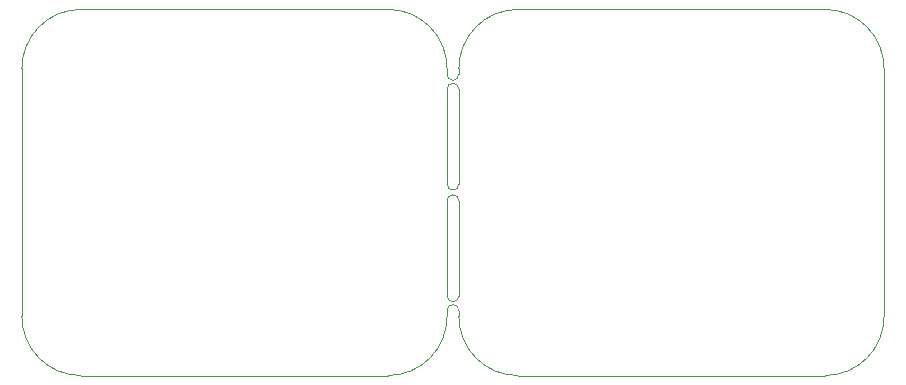
<source format=gbr>
%TF.GenerationSoftware,KiCad,Pcbnew,8.0.7*%
%TF.CreationDate,2025-04-21T23:50:56-03:00*%
%TF.ProjectId,matrixdisplay,6d617472-6978-4646-9973-706c61792e6b,rev?*%
%TF.SameCoordinates,Original*%
%TF.FileFunction,Profile,NP*%
%FSLAX46Y46*%
G04 Gerber Fmt 4.6, Leading zero omitted, Abs format (unit mm)*
G04 Created by KiCad (PCBNEW 8.0.7) date 2025-04-21 23:50:56*
%MOMM*%
%LPD*%
G01*
G04 APERTURE LIST*
%TA.AperFunction,Profile*%
%ADD10C,0.050000*%
%TD*%
G04 APERTURE END LIST*
D10*
X153450000Y-91000000D02*
X153450000Y-99050000D01*
X152450000Y-99050000D02*
X152450000Y-91000000D01*
X153450000Y-99050000D02*
G75*
G02*
X152450000Y-99050000I-500000J0D01*
G01*
X152450000Y-91000000D02*
G75*
G02*
X153450000Y-91000000I500000J0D01*
G01*
X153450000Y-81550000D02*
X153450000Y-89600000D01*
X152450000Y-89600000D02*
X152450000Y-81550000D01*
X153450000Y-89600000D02*
G75*
G02*
X152450000Y-89600000I-500000J0D01*
G01*
X152450000Y-81550000D02*
G75*
G02*
X153450000Y-81550000I500000J0D01*
G01*
X153450000Y-100300000D02*
X153450000Y-100800000D01*
X152450000Y-100300000D02*
X152450000Y-100799999D01*
X153450000Y-80300000D02*
X153450000Y-79800000D01*
X152450000Y-80300000D02*
X152450000Y-79800000D01*
X121450000Y-105800000D02*
G75*
G02*
X116450000Y-100800000I0J5000000D01*
G01*
X116450000Y-79800000D02*
G75*
G02*
X121450000Y-74800000I5000000J0D01*
G01*
X147450000Y-105800000D02*
X121450000Y-105800000D01*
X147450000Y-74800000D02*
G75*
G02*
X152450000Y-79800000I0J-5000000D01*
G01*
X116449999Y-100800000D02*
X116450000Y-79800000D01*
X152450000Y-100799999D02*
G75*
G02*
X147450000Y-105799999I-5000000J0D01*
G01*
X147450000Y-74800000D02*
X121450000Y-74800000D01*
X153450000Y-80300000D02*
G75*
G02*
X152450000Y-80300000I-500000J0D01*
G01*
X152450000Y-100300000D02*
G75*
G02*
X153450000Y-100300000I500000J0D01*
G01*
X158450000Y-105800000D02*
X184450000Y-105800000D01*
X158450000Y-74800000D02*
X184450000Y-74800000D01*
X189450000Y-100800000D02*
G75*
G02*
X184450000Y-105800000I-5000000J0D01*
G01*
X153450000Y-79800000D02*
G75*
G02*
X158450000Y-74800000I5000000J0D01*
G01*
X189450000Y-79800000D02*
X189450000Y-100800000D01*
X184450000Y-74800000D02*
G75*
G02*
X189450000Y-79800000I0J-5000000D01*
G01*
X158450000Y-105800000D02*
G75*
G02*
X153450000Y-100800000I0J5000000D01*
G01*
M02*

</source>
